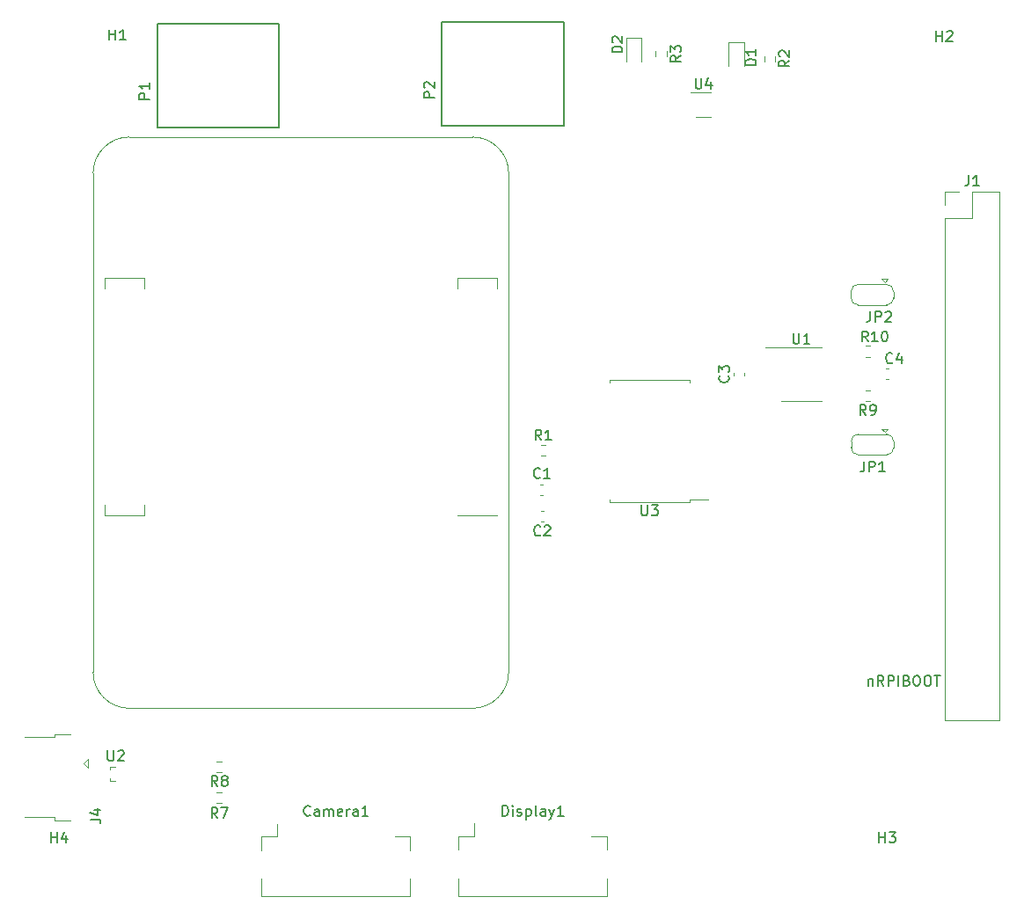
<source format=gto>
%TF.GenerationSoftware,KiCad,Pcbnew,(6.0.0)*%
%TF.CreationDate,2022-04-24T15:03:07-06:00*%
%TF.ProjectId,CDH,4344482e-6b69-4636-9164-5f7063625858,v01*%
%TF.SameCoordinates,Original*%
%TF.FileFunction,Legend,Top*%
%TF.FilePolarity,Positive*%
%FSLAX46Y46*%
G04 Gerber Fmt 4.6, Leading zero omitted, Abs format (unit mm)*
G04 Created by KiCad (PCBNEW (6.0.0)) date 2022-04-24 15:03:07*
%MOMM*%
%LPD*%
G01*
G04 APERTURE LIST*
%ADD10C,0.150000*%
%ADD11C,0.120000*%
%ADD12C,0.127000*%
G04 APERTURE END LIST*
D10*
X188539047Y-122545714D02*
X188539047Y-123212380D01*
X188539047Y-122640952D02*
X188586666Y-122593333D01*
X188681904Y-122545714D01*
X188824761Y-122545714D01*
X188920000Y-122593333D01*
X188967619Y-122688571D01*
X188967619Y-123212380D01*
X190015238Y-123212380D02*
X189681904Y-122736190D01*
X189443809Y-123212380D02*
X189443809Y-122212380D01*
X189824761Y-122212380D01*
X189920000Y-122260000D01*
X189967619Y-122307619D01*
X190015238Y-122402857D01*
X190015238Y-122545714D01*
X189967619Y-122640952D01*
X189920000Y-122688571D01*
X189824761Y-122736190D01*
X189443809Y-122736190D01*
X190443809Y-123212380D02*
X190443809Y-122212380D01*
X190824761Y-122212380D01*
X190920000Y-122260000D01*
X190967619Y-122307619D01*
X191015238Y-122402857D01*
X191015238Y-122545714D01*
X190967619Y-122640952D01*
X190920000Y-122688571D01*
X190824761Y-122736190D01*
X190443809Y-122736190D01*
X191443809Y-123212380D02*
X191443809Y-122212380D01*
X192253333Y-122688571D02*
X192396190Y-122736190D01*
X192443809Y-122783809D01*
X192491428Y-122879047D01*
X192491428Y-123021904D01*
X192443809Y-123117142D01*
X192396190Y-123164761D01*
X192300952Y-123212380D01*
X191920000Y-123212380D01*
X191920000Y-122212380D01*
X192253333Y-122212380D01*
X192348571Y-122260000D01*
X192396190Y-122307619D01*
X192443809Y-122402857D01*
X192443809Y-122498095D01*
X192396190Y-122593333D01*
X192348571Y-122640952D01*
X192253333Y-122688571D01*
X191920000Y-122688571D01*
X193110476Y-122212380D02*
X193300952Y-122212380D01*
X193396190Y-122260000D01*
X193491428Y-122355238D01*
X193539047Y-122545714D01*
X193539047Y-122879047D01*
X193491428Y-123069523D01*
X193396190Y-123164761D01*
X193300952Y-123212380D01*
X193110476Y-123212380D01*
X193015238Y-123164761D01*
X192920000Y-123069523D01*
X192872380Y-122879047D01*
X192872380Y-122545714D01*
X192920000Y-122355238D01*
X193015238Y-122260000D01*
X193110476Y-122212380D01*
X194158095Y-122212380D02*
X194348571Y-122212380D01*
X194443809Y-122260000D01*
X194539047Y-122355238D01*
X194586666Y-122545714D01*
X194586666Y-122879047D01*
X194539047Y-123069523D01*
X194443809Y-123164761D01*
X194348571Y-123212380D01*
X194158095Y-123212380D01*
X194062857Y-123164761D01*
X193967619Y-123069523D01*
X193920000Y-122879047D01*
X193920000Y-122545714D01*
X193967619Y-122355238D01*
X194062857Y-122260000D01*
X194158095Y-122212380D01*
X194872380Y-122212380D02*
X195443809Y-122212380D01*
X195158095Y-123212380D02*
X195158095Y-122212380D01*
%TO.C,U1*%
X181318095Y-89272380D02*
X181318095Y-90081904D01*
X181365714Y-90177142D01*
X181413333Y-90224761D01*
X181508571Y-90272380D01*
X181699047Y-90272380D01*
X181794285Y-90224761D01*
X181841904Y-90177142D01*
X181889523Y-90081904D01*
X181889523Y-89272380D01*
X182889523Y-90272380D02*
X182318095Y-90272380D01*
X182603809Y-90272380D02*
X182603809Y-89272380D01*
X182508571Y-89415238D01*
X182413333Y-89510476D01*
X182318095Y-89558095D01*
%TO.C,R7*%
X125920833Y-135952380D02*
X125587500Y-135476190D01*
X125349404Y-135952380D02*
X125349404Y-134952380D01*
X125730357Y-134952380D01*
X125825595Y-135000000D01*
X125873214Y-135047619D01*
X125920833Y-135142857D01*
X125920833Y-135285714D01*
X125873214Y-135380952D01*
X125825595Y-135428571D01*
X125730357Y-135476190D01*
X125349404Y-135476190D01*
X126254166Y-134952380D02*
X126920833Y-134952380D01*
X126492261Y-135952380D01*
%TO.C,Camera1*%
X134833809Y-135657142D02*
X134786190Y-135704761D01*
X134643333Y-135752380D01*
X134548095Y-135752380D01*
X134405238Y-135704761D01*
X134310000Y-135609523D01*
X134262380Y-135514285D01*
X134214761Y-135323809D01*
X134214761Y-135180952D01*
X134262380Y-134990476D01*
X134310000Y-134895238D01*
X134405238Y-134800000D01*
X134548095Y-134752380D01*
X134643333Y-134752380D01*
X134786190Y-134800000D01*
X134833809Y-134847619D01*
X135690952Y-135752380D02*
X135690952Y-135228571D01*
X135643333Y-135133333D01*
X135548095Y-135085714D01*
X135357619Y-135085714D01*
X135262380Y-135133333D01*
X135690952Y-135704761D02*
X135595714Y-135752380D01*
X135357619Y-135752380D01*
X135262380Y-135704761D01*
X135214761Y-135609523D01*
X135214761Y-135514285D01*
X135262380Y-135419047D01*
X135357619Y-135371428D01*
X135595714Y-135371428D01*
X135690952Y-135323809D01*
X136167142Y-135752380D02*
X136167142Y-135085714D01*
X136167142Y-135180952D02*
X136214761Y-135133333D01*
X136310000Y-135085714D01*
X136452857Y-135085714D01*
X136548095Y-135133333D01*
X136595714Y-135228571D01*
X136595714Y-135752380D01*
X136595714Y-135228571D02*
X136643333Y-135133333D01*
X136738571Y-135085714D01*
X136881428Y-135085714D01*
X136976666Y-135133333D01*
X137024285Y-135228571D01*
X137024285Y-135752380D01*
X137881428Y-135704761D02*
X137786190Y-135752380D01*
X137595714Y-135752380D01*
X137500476Y-135704761D01*
X137452857Y-135609523D01*
X137452857Y-135228571D01*
X137500476Y-135133333D01*
X137595714Y-135085714D01*
X137786190Y-135085714D01*
X137881428Y-135133333D01*
X137929047Y-135228571D01*
X137929047Y-135323809D01*
X137452857Y-135419047D01*
X138357619Y-135752380D02*
X138357619Y-135085714D01*
X138357619Y-135276190D02*
X138405238Y-135180952D01*
X138452857Y-135133333D01*
X138548095Y-135085714D01*
X138643333Y-135085714D01*
X139405238Y-135752380D02*
X139405238Y-135228571D01*
X139357619Y-135133333D01*
X139262380Y-135085714D01*
X139071904Y-135085714D01*
X138976666Y-135133333D01*
X139405238Y-135704761D02*
X139310000Y-135752380D01*
X139071904Y-135752380D01*
X138976666Y-135704761D01*
X138929047Y-135609523D01*
X138929047Y-135514285D01*
X138976666Y-135419047D01*
X139071904Y-135371428D01*
X139310000Y-135371428D01*
X139405238Y-135323809D01*
X140405238Y-135752380D02*
X139833809Y-135752380D01*
X140119523Y-135752380D02*
X140119523Y-134752380D01*
X140024285Y-134895238D01*
X139929047Y-134990476D01*
X139833809Y-135038095D01*
%TO.C,R2*%
X180942380Y-63006666D02*
X180466190Y-63340000D01*
X180942380Y-63578095D02*
X179942380Y-63578095D01*
X179942380Y-63197142D01*
X179990000Y-63101904D01*
X180037619Y-63054285D01*
X180132857Y-63006666D01*
X180275714Y-63006666D01*
X180370952Y-63054285D01*
X180418571Y-63101904D01*
X180466190Y-63197142D01*
X180466190Y-63578095D01*
X180037619Y-62625714D02*
X179990000Y-62578095D01*
X179942380Y-62482857D01*
X179942380Y-62244761D01*
X179990000Y-62149523D01*
X180037619Y-62101904D01*
X180132857Y-62054285D01*
X180228095Y-62054285D01*
X180370952Y-62101904D01*
X180942380Y-62673333D01*
X180942380Y-62054285D01*
%TO.C,R3*%
X170492380Y-62546666D02*
X170016190Y-62880000D01*
X170492380Y-63118095D02*
X169492380Y-63118095D01*
X169492380Y-62737142D01*
X169540000Y-62641904D01*
X169587619Y-62594285D01*
X169682857Y-62546666D01*
X169825714Y-62546666D01*
X169920952Y-62594285D01*
X169968571Y-62641904D01*
X170016190Y-62737142D01*
X170016190Y-63118095D01*
X169492380Y-62213333D02*
X169492380Y-61594285D01*
X169873333Y-61927619D01*
X169873333Y-61784761D01*
X169920952Y-61689523D01*
X169968571Y-61641904D01*
X170063809Y-61594285D01*
X170301904Y-61594285D01*
X170397142Y-61641904D01*
X170444761Y-61689523D01*
X170492380Y-61784761D01*
X170492380Y-62070476D01*
X170444761Y-62165714D01*
X170397142Y-62213333D01*
%TO.C,H4*%
X109878095Y-138302380D02*
X109878095Y-137302380D01*
X109878095Y-137778571D02*
X110449523Y-137778571D01*
X110449523Y-138302380D02*
X110449523Y-137302380D01*
X111354285Y-137635714D02*
X111354285Y-138302380D01*
X111116190Y-137254761D02*
X110878095Y-137969047D01*
X111497142Y-137969047D01*
%TO.C,JP1*%
X188146666Y-101602380D02*
X188146666Y-102316666D01*
X188099047Y-102459523D01*
X188003809Y-102554761D01*
X187860952Y-102602380D01*
X187765714Y-102602380D01*
X188622857Y-102602380D02*
X188622857Y-101602380D01*
X189003809Y-101602380D01*
X189099047Y-101650000D01*
X189146666Y-101697619D01*
X189194285Y-101792857D01*
X189194285Y-101935714D01*
X189146666Y-102030952D01*
X189099047Y-102078571D01*
X189003809Y-102126190D01*
X188622857Y-102126190D01*
X190146666Y-102602380D02*
X189575238Y-102602380D01*
X189860952Y-102602380D02*
X189860952Y-101602380D01*
X189765714Y-101745238D01*
X189670476Y-101840476D01*
X189575238Y-101888095D01*
%TO.C,R8*%
X125920833Y-132882380D02*
X125587500Y-132406190D01*
X125349404Y-132882380D02*
X125349404Y-131882380D01*
X125730357Y-131882380D01*
X125825595Y-131930000D01*
X125873214Y-131977619D01*
X125920833Y-132072857D01*
X125920833Y-132215714D01*
X125873214Y-132310952D01*
X125825595Y-132358571D01*
X125730357Y-132406190D01*
X125349404Y-132406190D01*
X126492261Y-132310952D02*
X126397023Y-132263333D01*
X126349404Y-132215714D01*
X126301785Y-132120476D01*
X126301785Y-132072857D01*
X126349404Y-131977619D01*
X126397023Y-131930000D01*
X126492261Y-131882380D01*
X126682738Y-131882380D01*
X126777976Y-131930000D01*
X126825595Y-131977619D01*
X126873214Y-132072857D01*
X126873214Y-132120476D01*
X126825595Y-132215714D01*
X126777976Y-132263333D01*
X126682738Y-132310952D01*
X126492261Y-132310952D01*
X126397023Y-132358571D01*
X126349404Y-132406190D01*
X126301785Y-132501428D01*
X126301785Y-132691904D01*
X126349404Y-132787142D01*
X126397023Y-132834761D01*
X126492261Y-132882380D01*
X126682738Y-132882380D01*
X126777976Y-132834761D01*
X126825595Y-132787142D01*
X126873214Y-132691904D01*
X126873214Y-132501428D01*
X126825595Y-132406190D01*
X126777976Y-132358571D01*
X126682738Y-132310952D01*
%TO.C,C4*%
X190863333Y-92077142D02*
X190815714Y-92124761D01*
X190672857Y-92172380D01*
X190577619Y-92172380D01*
X190434761Y-92124761D01*
X190339523Y-92029523D01*
X190291904Y-91934285D01*
X190244285Y-91743809D01*
X190244285Y-91600952D01*
X190291904Y-91410476D01*
X190339523Y-91315238D01*
X190434761Y-91220000D01*
X190577619Y-91172380D01*
X190672857Y-91172380D01*
X190815714Y-91220000D01*
X190863333Y-91267619D01*
X191720476Y-91505714D02*
X191720476Y-92172380D01*
X191482380Y-91124761D02*
X191244285Y-91839047D01*
X191863333Y-91839047D01*
%TO.C,H2*%
X195078095Y-61152380D02*
X195078095Y-60152380D01*
X195078095Y-60628571D02*
X195649523Y-60628571D01*
X195649523Y-61152380D02*
X195649523Y-60152380D01*
X196078095Y-60247619D02*
X196125714Y-60200000D01*
X196220952Y-60152380D01*
X196459047Y-60152380D01*
X196554285Y-60200000D01*
X196601904Y-60247619D01*
X196649523Y-60342857D01*
X196649523Y-60438095D01*
X196601904Y-60580952D01*
X196030476Y-61152380D01*
X196649523Y-61152380D01*
%TO.C,H1*%
X115498095Y-61042380D02*
X115498095Y-60042380D01*
X115498095Y-60518571D02*
X116069523Y-60518571D01*
X116069523Y-61042380D02*
X116069523Y-60042380D01*
X117069523Y-61042380D02*
X116498095Y-61042380D01*
X116783809Y-61042380D02*
X116783809Y-60042380D01*
X116688571Y-60185238D01*
X116593333Y-60280476D01*
X116498095Y-60328095D01*
%TO.C,D1*%
X177722380Y-63438095D02*
X176722380Y-63438095D01*
X176722380Y-63200000D01*
X176770000Y-63057142D01*
X176865238Y-62961904D01*
X176960476Y-62914285D01*
X177150952Y-62866666D01*
X177293809Y-62866666D01*
X177484285Y-62914285D01*
X177579523Y-62961904D01*
X177674761Y-63057142D01*
X177722380Y-63200000D01*
X177722380Y-63438095D01*
X177722380Y-61914285D02*
X177722380Y-62485714D01*
X177722380Y-62200000D02*
X176722380Y-62200000D01*
X176865238Y-62295238D01*
X176960476Y-62390476D01*
X177008095Y-62485714D01*
%TO.C,P1*%
X119375567Y-66717359D02*
X118373685Y-66717359D01*
X118373685Y-66335690D01*
X118421394Y-66240272D01*
X118469102Y-66192564D01*
X118564520Y-66144855D01*
X118707646Y-66144855D01*
X118803063Y-66192564D01*
X118850772Y-66240272D01*
X118898480Y-66335690D01*
X118898480Y-66717359D01*
X119375567Y-65190682D02*
X119375567Y-65763186D01*
X119375567Y-65476934D02*
X118373685Y-65476934D01*
X118516811Y-65572351D01*
X118612228Y-65667768D01*
X118659937Y-65763186D01*
%TO.C,JP2*%
X188746666Y-87182380D02*
X188746666Y-87896666D01*
X188699047Y-88039523D01*
X188603809Y-88134761D01*
X188460952Y-88182380D01*
X188365714Y-88182380D01*
X189222857Y-88182380D02*
X189222857Y-87182380D01*
X189603809Y-87182380D01*
X189699047Y-87230000D01*
X189746666Y-87277619D01*
X189794285Y-87372857D01*
X189794285Y-87515714D01*
X189746666Y-87610952D01*
X189699047Y-87658571D01*
X189603809Y-87706190D01*
X189222857Y-87706190D01*
X190175238Y-87277619D02*
X190222857Y-87230000D01*
X190318095Y-87182380D01*
X190556190Y-87182380D01*
X190651428Y-87230000D01*
X190699047Y-87277619D01*
X190746666Y-87372857D01*
X190746666Y-87468095D01*
X190699047Y-87610952D01*
X190127619Y-88182380D01*
X190746666Y-88182380D01*
%TO.C,H3*%
X189578095Y-138302380D02*
X189578095Y-137302380D01*
X189578095Y-137778571D02*
X190149523Y-137778571D01*
X190149523Y-138302380D02*
X190149523Y-137302380D01*
X190530476Y-137302380D02*
X191149523Y-137302380D01*
X190816190Y-137683333D01*
X190959047Y-137683333D01*
X191054285Y-137730952D01*
X191101904Y-137778571D01*
X191149523Y-137873809D01*
X191149523Y-138111904D01*
X191101904Y-138207142D01*
X191054285Y-138254761D01*
X190959047Y-138302380D01*
X190673333Y-138302380D01*
X190578095Y-138254761D01*
X190530476Y-138207142D01*
%TO.C,U4*%
X171908095Y-64712380D02*
X171908095Y-65521904D01*
X171955714Y-65617142D01*
X172003333Y-65664761D01*
X172098571Y-65712380D01*
X172289047Y-65712380D01*
X172384285Y-65664761D01*
X172431904Y-65617142D01*
X172479523Y-65521904D01*
X172479523Y-64712380D01*
X173384285Y-65045714D02*
X173384285Y-65712380D01*
X173146190Y-64664761D02*
X172908095Y-65379047D01*
X173527142Y-65379047D01*
%TO.C,D2*%
X164872380Y-62228095D02*
X163872380Y-62228095D01*
X163872380Y-61990000D01*
X163920000Y-61847142D01*
X164015238Y-61751904D01*
X164110476Y-61704285D01*
X164300952Y-61656666D01*
X164443809Y-61656666D01*
X164634285Y-61704285D01*
X164729523Y-61751904D01*
X164824761Y-61847142D01*
X164872380Y-61990000D01*
X164872380Y-62228095D01*
X163967619Y-61275714D02*
X163920000Y-61228095D01*
X163872380Y-61132857D01*
X163872380Y-60894761D01*
X163920000Y-60799523D01*
X163967619Y-60751904D01*
X164062857Y-60704285D01*
X164158095Y-60704285D01*
X164300952Y-60751904D01*
X164872380Y-61323333D01*
X164872380Y-60704285D01*
%TO.C,C2*%
X156988333Y-108677142D02*
X156940714Y-108724761D01*
X156797857Y-108772380D01*
X156702619Y-108772380D01*
X156559761Y-108724761D01*
X156464523Y-108629523D01*
X156416904Y-108534285D01*
X156369285Y-108343809D01*
X156369285Y-108200952D01*
X156416904Y-108010476D01*
X156464523Y-107915238D01*
X156559761Y-107820000D01*
X156702619Y-107772380D01*
X156797857Y-107772380D01*
X156940714Y-107820000D01*
X156988333Y-107867619D01*
X157369285Y-107867619D02*
X157416904Y-107820000D01*
X157512142Y-107772380D01*
X157750238Y-107772380D01*
X157845476Y-107820000D01*
X157893095Y-107867619D01*
X157940714Y-107962857D01*
X157940714Y-108058095D01*
X157893095Y-108200952D01*
X157321666Y-108772380D01*
X157940714Y-108772380D01*
%TO.C,C3*%
X175047142Y-93376666D02*
X175094761Y-93424285D01*
X175142380Y-93567142D01*
X175142380Y-93662380D01*
X175094761Y-93805238D01*
X174999523Y-93900476D01*
X174904285Y-93948095D01*
X174713809Y-93995714D01*
X174570952Y-93995714D01*
X174380476Y-93948095D01*
X174285238Y-93900476D01*
X174190000Y-93805238D01*
X174142380Y-93662380D01*
X174142380Y-93567142D01*
X174190000Y-93424285D01*
X174237619Y-93376666D01*
X174142380Y-93043333D02*
X174142380Y-92424285D01*
X174523333Y-92757619D01*
X174523333Y-92614761D01*
X174570952Y-92519523D01*
X174618571Y-92471904D01*
X174713809Y-92424285D01*
X174951904Y-92424285D01*
X175047142Y-92471904D01*
X175094761Y-92519523D01*
X175142380Y-92614761D01*
X175142380Y-92900476D01*
X175094761Y-92995714D01*
X175047142Y-93043333D01*
%TO.C,U3*%
X166718095Y-105822380D02*
X166718095Y-106631904D01*
X166765714Y-106727142D01*
X166813333Y-106774761D01*
X166908571Y-106822380D01*
X167099047Y-106822380D01*
X167194285Y-106774761D01*
X167241904Y-106727142D01*
X167289523Y-106631904D01*
X167289523Y-105822380D01*
X167670476Y-105822380D02*
X168289523Y-105822380D01*
X167956190Y-106203333D01*
X168099047Y-106203333D01*
X168194285Y-106250952D01*
X168241904Y-106298571D01*
X168289523Y-106393809D01*
X168289523Y-106631904D01*
X168241904Y-106727142D01*
X168194285Y-106774761D01*
X168099047Y-106822380D01*
X167813333Y-106822380D01*
X167718095Y-106774761D01*
X167670476Y-106727142D01*
%TO.C,J4*%
X113662380Y-136073333D02*
X114376666Y-136073333D01*
X114519523Y-136120952D01*
X114614761Y-136216190D01*
X114662380Y-136359047D01*
X114662380Y-136454285D01*
X113995714Y-135168571D02*
X114662380Y-135168571D01*
X113614761Y-135406666D02*
X114329047Y-135644761D01*
X114329047Y-135025714D01*
%TO.C,Display1*%
X153321428Y-135732380D02*
X153321428Y-134732380D01*
X153559523Y-134732380D01*
X153702380Y-134780000D01*
X153797619Y-134875238D01*
X153845238Y-134970476D01*
X153892857Y-135160952D01*
X153892857Y-135303809D01*
X153845238Y-135494285D01*
X153797619Y-135589523D01*
X153702380Y-135684761D01*
X153559523Y-135732380D01*
X153321428Y-135732380D01*
X154321428Y-135732380D02*
X154321428Y-135065714D01*
X154321428Y-134732380D02*
X154273809Y-134780000D01*
X154321428Y-134827619D01*
X154369047Y-134780000D01*
X154321428Y-134732380D01*
X154321428Y-134827619D01*
X154750000Y-135684761D02*
X154845238Y-135732380D01*
X155035714Y-135732380D01*
X155130952Y-135684761D01*
X155178571Y-135589523D01*
X155178571Y-135541904D01*
X155130952Y-135446666D01*
X155035714Y-135399047D01*
X154892857Y-135399047D01*
X154797619Y-135351428D01*
X154750000Y-135256190D01*
X154750000Y-135208571D01*
X154797619Y-135113333D01*
X154892857Y-135065714D01*
X155035714Y-135065714D01*
X155130952Y-135113333D01*
X155607142Y-135065714D02*
X155607142Y-136065714D01*
X155607142Y-135113333D02*
X155702380Y-135065714D01*
X155892857Y-135065714D01*
X155988095Y-135113333D01*
X156035714Y-135160952D01*
X156083333Y-135256190D01*
X156083333Y-135541904D01*
X156035714Y-135637142D01*
X155988095Y-135684761D01*
X155892857Y-135732380D01*
X155702380Y-135732380D01*
X155607142Y-135684761D01*
X156654761Y-135732380D02*
X156559523Y-135684761D01*
X156511904Y-135589523D01*
X156511904Y-134732380D01*
X157464285Y-135732380D02*
X157464285Y-135208571D01*
X157416666Y-135113333D01*
X157321428Y-135065714D01*
X157130952Y-135065714D01*
X157035714Y-135113333D01*
X157464285Y-135684761D02*
X157369047Y-135732380D01*
X157130952Y-135732380D01*
X157035714Y-135684761D01*
X156988095Y-135589523D01*
X156988095Y-135494285D01*
X157035714Y-135399047D01*
X157130952Y-135351428D01*
X157369047Y-135351428D01*
X157464285Y-135303809D01*
X157845238Y-135065714D02*
X158083333Y-135732380D01*
X158321428Y-135065714D02*
X158083333Y-135732380D01*
X157988095Y-135970476D01*
X157940476Y-136018095D01*
X157845238Y-136065714D01*
X159226190Y-135732380D02*
X158654761Y-135732380D01*
X158940476Y-135732380D02*
X158940476Y-134732380D01*
X158845238Y-134875238D01*
X158750000Y-134970476D01*
X158654761Y-135018095D01*
%TO.C,C1*%
X156943333Y-103147142D02*
X156895714Y-103194761D01*
X156752857Y-103242380D01*
X156657619Y-103242380D01*
X156514761Y-103194761D01*
X156419523Y-103099523D01*
X156371904Y-103004285D01*
X156324285Y-102813809D01*
X156324285Y-102670952D01*
X156371904Y-102480476D01*
X156419523Y-102385238D01*
X156514761Y-102290000D01*
X156657619Y-102242380D01*
X156752857Y-102242380D01*
X156895714Y-102290000D01*
X156943333Y-102337619D01*
X157895714Y-103242380D02*
X157324285Y-103242380D01*
X157610000Y-103242380D02*
X157610000Y-102242380D01*
X157514761Y-102385238D01*
X157419523Y-102480476D01*
X157324285Y-102528095D01*
%TO.C,U2*%
X115338095Y-129442380D02*
X115338095Y-130251904D01*
X115385714Y-130347142D01*
X115433333Y-130394761D01*
X115528571Y-130442380D01*
X115719047Y-130442380D01*
X115814285Y-130394761D01*
X115861904Y-130347142D01*
X115909523Y-130251904D01*
X115909523Y-129442380D01*
X116338095Y-129537619D02*
X116385714Y-129490000D01*
X116480952Y-129442380D01*
X116719047Y-129442380D01*
X116814285Y-129490000D01*
X116861904Y-129537619D01*
X116909523Y-129632857D01*
X116909523Y-129728095D01*
X116861904Y-129870952D01*
X116290476Y-130442380D01*
X116909523Y-130442380D01*
%TO.C,R10*%
X188497142Y-90082380D02*
X188163809Y-89606190D01*
X187925714Y-90082380D02*
X187925714Y-89082380D01*
X188306666Y-89082380D01*
X188401904Y-89130000D01*
X188449523Y-89177619D01*
X188497142Y-89272857D01*
X188497142Y-89415714D01*
X188449523Y-89510952D01*
X188401904Y-89558571D01*
X188306666Y-89606190D01*
X187925714Y-89606190D01*
X189449523Y-90082380D02*
X188878095Y-90082380D01*
X189163809Y-90082380D02*
X189163809Y-89082380D01*
X189068571Y-89225238D01*
X188973333Y-89320476D01*
X188878095Y-89368095D01*
X190068571Y-89082380D02*
X190163809Y-89082380D01*
X190259047Y-89130000D01*
X190306666Y-89177619D01*
X190354285Y-89272857D01*
X190401904Y-89463333D01*
X190401904Y-89701428D01*
X190354285Y-89891904D01*
X190306666Y-89987142D01*
X190259047Y-90034761D01*
X190163809Y-90082380D01*
X190068571Y-90082380D01*
X189973333Y-90034761D01*
X189925714Y-89987142D01*
X189878095Y-89891904D01*
X189830476Y-89701428D01*
X189830476Y-89463333D01*
X189878095Y-89272857D01*
X189925714Y-89177619D01*
X189973333Y-89130000D01*
X190068571Y-89082380D01*
%TO.C,P2*%
X146765567Y-66597359D02*
X145763685Y-66597359D01*
X145763685Y-66215690D01*
X145811394Y-66120272D01*
X145859102Y-66072564D01*
X145954520Y-66024855D01*
X146097646Y-66024855D01*
X146193063Y-66072564D01*
X146240772Y-66120272D01*
X146288480Y-66215690D01*
X146288480Y-66597359D01*
X145859102Y-65643186D02*
X145811394Y-65595477D01*
X145763685Y-65500060D01*
X145763685Y-65261516D01*
X145811394Y-65166099D01*
X145859102Y-65118390D01*
X145954520Y-65070682D01*
X146049937Y-65070682D01*
X146193063Y-65118390D01*
X146765567Y-65690894D01*
X146765567Y-65070682D01*
%TO.C,R1*%
X157078333Y-99552380D02*
X156745000Y-99076190D01*
X156506904Y-99552380D02*
X156506904Y-98552380D01*
X156887857Y-98552380D01*
X156983095Y-98600000D01*
X157030714Y-98647619D01*
X157078333Y-98742857D01*
X157078333Y-98885714D01*
X157030714Y-98980952D01*
X156983095Y-99028571D01*
X156887857Y-99076190D01*
X156506904Y-99076190D01*
X158030714Y-99552380D02*
X157459285Y-99552380D01*
X157745000Y-99552380D02*
X157745000Y-98552380D01*
X157649761Y-98695238D01*
X157554523Y-98790476D01*
X157459285Y-98838095D01*
%TO.C,J1*%
X198196666Y-74067380D02*
X198196666Y-74781666D01*
X198149047Y-74924523D01*
X198053809Y-75019761D01*
X197910952Y-75067380D01*
X197815714Y-75067380D01*
X199196666Y-75067380D02*
X198625238Y-75067380D01*
X198910952Y-75067380D02*
X198910952Y-74067380D01*
X198815714Y-74210238D01*
X198720476Y-74305476D01*
X198625238Y-74353095D01*
%TO.C,R9*%
X188313333Y-97152380D02*
X187980000Y-96676190D01*
X187741904Y-97152380D02*
X187741904Y-96152380D01*
X188122857Y-96152380D01*
X188218095Y-96200000D01*
X188265714Y-96247619D01*
X188313333Y-96342857D01*
X188313333Y-96485714D01*
X188265714Y-96580952D01*
X188218095Y-96628571D01*
X188122857Y-96676190D01*
X187741904Y-96676190D01*
X188789523Y-97152380D02*
X188980000Y-97152380D01*
X189075238Y-97104761D01*
X189122857Y-97057142D01*
X189218095Y-96914285D01*
X189265714Y-96723809D01*
X189265714Y-96342857D01*
X189218095Y-96247619D01*
X189170476Y-96200000D01*
X189075238Y-96152380D01*
X188884761Y-96152380D01*
X188789523Y-96200000D01*
X188741904Y-96247619D01*
X188694285Y-96342857D01*
X188694285Y-96580952D01*
X188741904Y-96676190D01*
X188789523Y-96723809D01*
X188884761Y-96771428D01*
X189075238Y-96771428D01*
X189170476Y-96723809D01*
X189218095Y-96676190D01*
X189265714Y-96580952D01*
D11*
%TO.C,U1*%
X182080000Y-90660000D02*
X184030000Y-90660000D01*
X182080000Y-95780000D02*
X180130000Y-95780000D01*
X182080000Y-95780000D02*
X184030000Y-95780000D01*
X182080000Y-90660000D02*
X178630000Y-90660000D01*
%TO.C,R7*%
X125832776Y-134522500D02*
X126342224Y-134522500D01*
X125832776Y-133477500D02*
X126342224Y-133477500D01*
%TO.C,Camera1*%
X130160000Y-137700000D02*
X130160000Y-139040000D01*
X144460000Y-143500000D02*
X144460000Y-141760000D01*
X130160000Y-141760000D02*
X130160000Y-143500000D01*
X144460000Y-137700000D02*
X144460000Y-139040000D01*
X131650000Y-137700000D02*
X130160000Y-137700000D01*
X130160000Y-143500000D02*
X144460000Y-143500000D01*
X131650000Y-137700000D02*
X131650000Y-136500000D01*
X142970000Y-137700000D02*
X144460000Y-137700000D01*
%TO.C,R2*%
X178537500Y-62585276D02*
X178537500Y-63094724D01*
X179582500Y-62585276D02*
X179582500Y-63094724D01*
%TO.C,R3*%
X168087500Y-62125276D02*
X168087500Y-62634724D01*
X169132500Y-62125276D02*
X169132500Y-62634724D01*
%TO.C,JP1*%
X190140000Y-98782500D02*
X189840000Y-98482500D01*
X190340000Y-100982500D02*
X187540000Y-100982500D01*
X190140000Y-98782500D02*
X190440000Y-98482500D01*
X190440000Y-98482500D02*
X189840000Y-98482500D01*
X186890000Y-100282500D02*
X186890000Y-99682500D01*
X187540000Y-98982500D02*
X190340000Y-98982500D01*
X190990000Y-99682500D02*
X190990000Y-100282500D01*
X187590000Y-98982500D02*
G75*
G03*
X186890000Y-99682500I-1J-699999D01*
G01*
X190990000Y-99682500D02*
G75*
G03*
X190290000Y-98982500I-699999J1D01*
G01*
X186890000Y-100282500D02*
G75*
G03*
X187590000Y-100982500I699999J-1D01*
G01*
X190290000Y-100982500D02*
G75*
G03*
X190990000Y-100282500I1J699999D01*
G01*
%TO.C,R8*%
X126342224Y-131522500D02*
X125832776Y-131522500D01*
X126342224Y-130477500D02*
X125832776Y-130477500D01*
%TO.C,C4*%
X190244420Y-93660000D02*
X190525580Y-93660000D01*
X190244420Y-92640000D02*
X190525580Y-92640000D01*
%TO.C,D1*%
X176575000Y-63500000D02*
X176575000Y-61215000D01*
X176575000Y-61215000D02*
X175105000Y-61215000D01*
X175105000Y-61215000D02*
X175105000Y-63500000D01*
D12*
%TO.C,P1*%
X131825000Y-69450000D02*
X120125000Y-69450000D01*
X120125000Y-59450000D02*
X131825000Y-59450000D01*
X120125000Y-69450000D02*
X120125000Y-59450000D01*
X131825000Y-59450000D02*
X131825000Y-69450000D01*
D11*
%TO.C,JP2*%
X186877500Y-85860000D02*
X186877500Y-85260000D01*
X190427500Y-84060000D02*
X189827500Y-84060000D01*
X190127500Y-84360000D02*
X189827500Y-84060000D01*
X187527500Y-84560000D02*
X190327500Y-84560000D01*
X190327500Y-86560000D02*
X187527500Y-86560000D01*
X190977500Y-85260000D02*
X190977500Y-85860000D01*
X190127500Y-84360000D02*
X190427500Y-84060000D01*
X190977500Y-85260000D02*
G75*
G03*
X190277500Y-84560000I-699999J1D01*
G01*
X187577500Y-84560000D02*
G75*
G03*
X186877500Y-85260000I-1J-699999D01*
G01*
X186877500Y-85860000D02*
G75*
G03*
X187577500Y-86560000I699999J-1D01*
G01*
X190277500Y-86560000D02*
G75*
G03*
X190977500Y-85860000I1J699999D01*
G01*
%TO.C,U4*%
X173370000Y-66100000D02*
X171470000Y-66100000D01*
X171970000Y-68420000D02*
X173370000Y-68420000D01*
%TO.C,D2*%
X165227500Y-60845000D02*
X165227500Y-63130000D01*
X166697500Y-60845000D02*
X165227500Y-60845000D01*
X166697500Y-63130000D02*
X166697500Y-60845000D01*
%TO.C,C2*%
X157295580Y-107400000D02*
X157014420Y-107400000D01*
X157295580Y-106380000D02*
X157014420Y-106380000D01*
%TO.C,C3*%
X176630000Y-93350580D02*
X176630000Y-93069420D01*
X175610000Y-93350580D02*
X175610000Y-93069420D01*
%TO.C,U3*%
X167480000Y-93765000D02*
X171340000Y-93765000D01*
X171340000Y-93765000D02*
X171340000Y-94010000D01*
X171340000Y-105290000D02*
X173155000Y-105290000D01*
X167480000Y-93765000D02*
X163620000Y-93765000D01*
X163620000Y-105535000D02*
X163620000Y-105290000D01*
X167480000Y-105535000D02*
X163620000Y-105535000D01*
X167480000Y-105535000D02*
X171340000Y-105535000D01*
X163620000Y-93765000D02*
X163620000Y-94010000D01*
X171340000Y-105535000D02*
X171340000Y-105290000D01*
%TO.C,J4*%
X107380000Y-128150000D02*
X110180000Y-128150000D01*
X113430000Y-130300000D02*
X113430000Y-131100000D01*
X110180000Y-127850000D02*
X111730000Y-127850000D01*
X107380000Y-135850000D02*
X110180000Y-135850000D01*
X110180000Y-136150000D02*
X111730000Y-136150000D01*
X110180000Y-135850000D02*
X110180000Y-136150000D01*
X113430000Y-131100000D02*
X112980000Y-130700000D01*
X112980000Y-130700000D02*
X113430000Y-130300000D01*
X110180000Y-127850000D02*
X110180000Y-128150000D01*
%TO.C,Display1*%
X150590000Y-137680000D02*
X149100000Y-137680000D01*
X163400000Y-143480000D02*
X163400000Y-141740000D01*
X161910000Y-137680000D02*
X163400000Y-137680000D01*
X149100000Y-137680000D02*
X149100000Y-139020000D01*
X149100000Y-143480000D02*
X163400000Y-143480000D01*
X149100000Y-141740000D02*
X149100000Y-143480000D01*
X150590000Y-137680000D02*
X150590000Y-136480000D01*
X163400000Y-137680000D02*
X163400000Y-139020000D01*
%TO.C,C1*%
X157235580Y-103855000D02*
X156954420Y-103855000D01*
X157235580Y-104875000D02*
X156954420Y-104875000D01*
%TO.C,U2*%
X115550000Y-132340000D02*
X115550000Y-132140000D01*
X116100000Y-131040000D02*
X115550000Y-131040000D01*
X116100000Y-132340000D02*
X115550000Y-132340000D01*
X115550000Y-131040000D02*
X115550000Y-131240000D01*
%TO.C,R10*%
X188242742Y-90497500D02*
X188717258Y-90497500D01*
X188242742Y-91542500D02*
X188717258Y-91542500D01*
%TO.C,Module1*%
X118860000Y-106780000D02*
X118860000Y-105780000D01*
X115080000Y-83980000D02*
X115080000Y-84980000D01*
X149000000Y-83980000D02*
X149000000Y-84980000D01*
X152780000Y-83980000D02*
X152780000Y-84980000D01*
X153930000Y-121880000D02*
X153930000Y-73880000D01*
X118860000Y-106780000D02*
X115080000Y-106780000D01*
X152780000Y-106780000D02*
X149000000Y-106780000D01*
X118860000Y-83980000D02*
X118860000Y-84980000D01*
X115080000Y-106780000D02*
X115080000Y-105780000D01*
X118860000Y-83980000D02*
X115080000Y-83980000D01*
X113930000Y-73880000D02*
X113930000Y-121880000D01*
X152780000Y-83980000D02*
X149000000Y-83980000D01*
X150430000Y-70380000D02*
X117430000Y-70380000D01*
X117430000Y-125380000D02*
X150430000Y-125380000D01*
X117430000Y-70380000D02*
G75*
G03*
X113930000Y-73880000I-1J-3499999D01*
G01*
X150430000Y-125380000D02*
G75*
G03*
X153930000Y-121880000I1J3499999D01*
G01*
X153930000Y-73880000D02*
G75*
G03*
X150430000Y-70380000I-3499999J1D01*
G01*
X113930000Y-121880000D02*
G75*
G03*
X117430000Y-125380000I3499999J-1D01*
G01*
D12*
%TO.C,P2*%
X147515000Y-59330000D02*
X159215000Y-59330000D01*
X159215000Y-69330000D02*
X147515000Y-69330000D01*
X159215000Y-59330000D02*
X159215000Y-69330000D01*
X147515000Y-69330000D02*
X147515000Y-59330000D01*
D11*
%TO.C,R1*%
X157007742Y-100007500D02*
X157482258Y-100007500D01*
X157007742Y-101052500D02*
X157482258Y-101052500D01*
%TO.C,J1*%
X195930000Y-126535000D02*
X201130000Y-126535000D01*
X195930000Y-75615000D02*
X197260000Y-75615000D01*
X195930000Y-78215000D02*
X198530000Y-78215000D01*
X198530000Y-75615000D02*
X201130000Y-75615000D01*
X195930000Y-78215000D02*
X195930000Y-126535000D01*
X195930000Y-76945000D02*
X195930000Y-75615000D01*
X201130000Y-75615000D02*
X201130000Y-126535000D01*
X198530000Y-78215000D02*
X198530000Y-75615000D01*
%TO.C,R9*%
X188717258Y-95792500D02*
X188242742Y-95792500D01*
X188717258Y-94747500D02*
X188242742Y-94747500D01*
%TD*%
M02*

</source>
